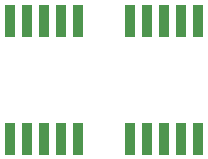
<source format=gbr>
%TF.GenerationSoftware,KiCad,Pcbnew,(6.0.0)*%
%TF.CreationDate,2022-04-20T12:25:39-04:00*%
%TF.ProjectId,7_seg,375f7365-672e-46b6-9963-61645f706362,rev?*%
%TF.SameCoordinates,Original*%
%TF.FileFunction,Paste,Top*%
%TF.FilePolarity,Positive*%
%FSLAX46Y46*%
G04 Gerber Fmt 4.6, Leading zero omitted, Abs format (unit mm)*
G04 Created by KiCad (PCBNEW (6.0.0)) date 2022-04-20 12:25:39*
%MOMM*%
%LPD*%
G01*
G04 APERTURE LIST*
%ADD10R,0.900000X2.800000*%
G04 APERTURE END LIST*
D10*
%TO.C,DS2*%
X125390000Y-92630000D03*
X126830000Y-92630000D03*
X128270000Y-92630000D03*
X129710000Y-92630000D03*
X131150000Y-92630000D03*
X131150000Y-82630000D03*
X129710000Y-82630000D03*
X128270000Y-82630000D03*
X126830000Y-82630000D03*
X125390000Y-82630000D03*
%TD*%
%TO.C,DS1*%
X115230000Y-82630000D03*
X116670000Y-82630000D03*
X118110000Y-82630000D03*
X119550000Y-82630000D03*
X120990000Y-82630000D03*
X120990000Y-92630000D03*
X119550000Y-92630000D03*
X118110000Y-92630000D03*
X116670000Y-92630000D03*
X115230000Y-92630000D03*
%TD*%
M02*

</source>
